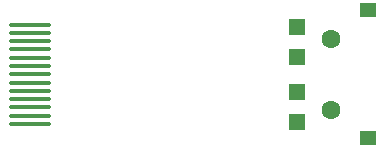
<source format=gts>
G04*
G04 #@! TF.GenerationSoftware,Altium Limited,Altium Designer,22.10.1 (41)*
G04*
G04 Layer_Color=8388736*
%FSLAX25Y25*%
%MOIN*%
G70*
G04*
G04 #@! TF.SameCoordinates,35FDAC58-FA5E-4571-A4AC-5025684A0D72*
G04*
G04*
G04 #@! TF.FilePolarity,Negative*
G04*
G01*
G75*
%ADD16R,0.05318X0.04924*%
%ADD17R,0.05712X0.05318*%
G04:AMPARAMS|DCode=18|XSize=15.85mil|YSize=137.9mil|CornerRadius=3.99mil|HoleSize=0mil|Usage=FLASHONLY|Rotation=270.000|XOffset=0mil|YOffset=0mil|HoleType=Round|Shape=RoundedRectangle|*
%AMROUNDEDRECTD18*
21,1,0.01585,0.12992,0,0,270.0*
21,1,0.00787,0.13790,0,0,270.0*
1,1,0.00797,-0.06496,-0.00394*
1,1,0.00797,-0.06496,0.00394*
1,1,0.00797,0.06496,0.00394*
1,1,0.00797,0.06496,-0.00394*
%
%ADD18ROUNDEDRECTD18*%
%ADD19C,0.06299*%
D16*
X27972Y-21260D02*
D03*
Y21260D02*
D03*
D17*
X4275Y-15748D02*
D03*
Y-5807D02*
D03*
Y5807D02*
D03*
Y15748D02*
D03*
D18*
X-84858Y-16535D02*
D03*
Y-13780D02*
D03*
Y-11024D02*
D03*
Y-8268D02*
D03*
Y-5512D02*
D03*
Y-2756D02*
D03*
Y-0D02*
D03*
Y2756D02*
D03*
Y5512D02*
D03*
Y8268D02*
D03*
Y11024D02*
D03*
Y13780D02*
D03*
Y16535D02*
D03*
D19*
X15373Y11811D02*
D03*
Y-11811D02*
D03*
M02*

</source>
